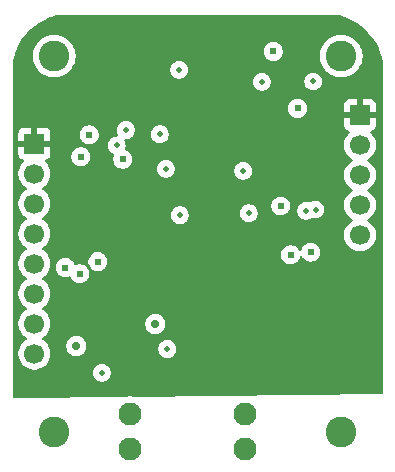
<source format=gbr>
%TF.GenerationSoftware,KiCad,Pcbnew,9.0.3*%
%TF.CreationDate,2025-09-02T10:47:08-04:00*%
%TF.ProjectId,simon,73696d6f-6e2e-46b6-9963-61645f706362,rev?*%
%TF.SameCoordinates,Original*%
%TF.FileFunction,Copper,L3,Inr*%
%TF.FilePolarity,Positive*%
%FSLAX46Y46*%
G04 Gerber Fmt 4.6, Leading zero omitted, Abs format (unit mm)*
G04 Created by KiCad (PCBNEW 9.0.3) date 2025-09-02 10:47:08*
%MOMM*%
%LPD*%
G01*
G04 APERTURE LIST*
%TA.AperFunction,ComponentPad*%
%ADD10C,2.600000*%
%TD*%
%TA.AperFunction,ComponentPad*%
%ADD11C,1.950000*%
%TD*%
%TA.AperFunction,ComponentPad*%
%ADD12R,1.700000X1.700000*%
%TD*%
%TA.AperFunction,ComponentPad*%
%ADD13C,1.700000*%
%TD*%
%TA.AperFunction,ViaPad*%
%ADD14C,0.504800*%
%TD*%
%TA.AperFunction,ViaPad*%
%ADD15C,0.604800*%
%TD*%
%TA.AperFunction,ViaPad*%
%ADD16C,0.704800*%
%TD*%
G04 APERTURE END LIST*
D10*
%TO.N,N/C*%
%TO.C,N301*%
X135080000Y-75000000D03*
X135080000Y-106800000D03*
X159380000Y-75000000D03*
X159380000Y-106800000D03*
%TD*%
D11*
%TO.N,*%
%TO.C,J201*%
X151265000Y-108295000D03*
X151265000Y-105295000D03*
X141475000Y-108295000D03*
X141475000Y-105295000D03*
%TD*%
D12*
%TO.N,3V3*%
%TO.C,J301*%
X133390000Y-82420000D03*
D13*
%TO.N,GND*%
X133390000Y-84960000D03*
%TO.N,/IO/display_mosi*%
X133390000Y-87500000D03*
%TO.N,/IO/display_sclk*%
X133390000Y-90040000D03*
%TO.N,/IO/display_cs_n*%
X133390000Y-92580000D03*
%TO.N,/IO/display_dc*%
X133390000Y-95120000D03*
%TO.N,/IO/display_nrst*%
X133390000Y-97660000D03*
%TO.N,/IO/display_bl*%
X133390000Y-100200000D03*
%TD*%
D12*
%TO.N,3V3*%
%TO.C,J401*%
X160960000Y-80000000D03*
D13*
%TO.N,/mcu/SWDIO*%
X160960000Y-82540000D03*
%TO.N,/mcu/SWCLK*%
X160960000Y-85080000D03*
%TO.N,/mcu/NRST*%
X160960000Y-87620000D03*
%TO.N,GND*%
X160960000Y-90160000D03*
%TD*%
D14*
%TO.N,GND*%
X145655000Y-76165000D03*
X139100000Y-101820000D03*
X144530000Y-84550000D03*
X157200000Y-88000000D03*
X156990000Y-77160000D03*
X144020000Y-81630000D03*
X144650000Y-99810000D03*
X151070000Y-84730000D03*
X140360000Y-82570000D03*
X145712158Y-88477842D03*
X151550000Y-88314400D03*
X156402377Y-88101000D03*
X141140000Y-81269400D03*
X152640000Y-77180000D03*
%TO.N,3V3*%
X143990000Y-76200000D03*
X146160000Y-84530000D03*
X139811358Y-81041358D03*
X158530000Y-85080000D03*
X152480000Y-84680000D03*
X153610000Y-88850000D03*
X154630000Y-99520000D03*
X153600000Y-86490000D03*
X144270000Y-83350000D03*
X155880000Y-75880000D03*
X157490000Y-89620000D03*
D15*
X159700000Y-95630000D03*
X161500000Y-97480000D03*
D14*
X156520000Y-87000000D03*
D16*
%TO.N,/power/5V*%
X136940000Y-99570000D03*
%TO.N,/power/3V7_LIPO_EXT*%
X143630000Y-97690000D03*
D15*
%TO.N,/mcu/SWCLK*%
X153620000Y-74620000D03*
%TO.N,/IO/display_dc*%
X136000000Y-92910000D03*
%TO.N,/IO/display_nrst*%
X137230000Y-93442762D03*
%TO.N,/IO/accel_sda*%
X155670000Y-79440000D03*
X154240000Y-87700000D03*
%TO.N,/IO/buzzer_pwm*%
X156795000Y-91605000D03*
X140870000Y-83740000D03*
%TO.N,/IO/display_bl*%
X138770000Y-92410000D03*
%TO.N,/mcu/NRST*%
X155080000Y-91830000D03*
X138040000Y-81670000D03*
%TO.N,/IO/display_mosi*%
X137320000Y-83530000D03*
%TD*%
%TA.AperFunction,Conductor*%
%TO.N,3V3*%
G36*
X158967201Y-71503139D02*
G01*
X159179000Y-71547548D01*
X159185622Y-71549128D01*
X159254576Y-71567604D01*
X159257787Y-71568512D01*
X159583169Y-71665383D01*
X159590157Y-71667692D01*
X159644056Y-71687310D01*
X159646678Y-71688299D01*
X159976425Y-71816967D01*
X159983729Y-71820089D01*
X160014837Y-71834595D01*
X160016641Y-71835458D01*
X160354902Y-72000823D01*
X160363883Y-72005683D01*
X160710070Y-72211966D01*
X160718638Y-72217564D01*
X161046593Y-72451719D01*
X161054668Y-72458005D01*
X161362155Y-72718433D01*
X161369695Y-72725374D01*
X161654625Y-73010304D01*
X161661566Y-73017844D01*
X161815421Y-73199501D01*
X161921989Y-73325325D01*
X161928282Y-73333410D01*
X162041400Y-73491841D01*
X162162431Y-73661355D01*
X162168037Y-73669935D01*
X162374309Y-74016105D01*
X162379186Y-74025119D01*
X162544467Y-74363206D01*
X162545450Y-74365262D01*
X162559902Y-74396255D01*
X162563036Y-74403584D01*
X162691691Y-74733300D01*
X162692696Y-74735964D01*
X162712299Y-74789822D01*
X162714622Y-74796851D01*
X162811475Y-75122173D01*
X162812405Y-75125462D01*
X162830866Y-75194361D01*
X162832452Y-75201007D01*
X162876861Y-75412798D01*
X162879500Y-75438245D01*
X162879500Y-103518132D01*
X162859815Y-103585171D01*
X162807011Y-103630926D01*
X162756681Y-103642126D01*
X141745631Y-103842232D01*
X141725052Y-103840711D01*
X141591128Y-103819500D01*
X141591124Y-103819500D01*
X141358876Y-103819500D01*
X141358870Y-103819500D01*
X141190466Y-103846172D01*
X141172250Y-103847693D01*
X131705681Y-103937850D01*
X131638457Y-103918805D01*
X131592201Y-103866439D01*
X131580500Y-103813856D01*
X131580500Y-101745841D01*
X138347100Y-101745841D01*
X138347100Y-101894158D01*
X138376031Y-102039605D01*
X138376033Y-102039613D01*
X138432789Y-102176633D01*
X138515182Y-102299944D01*
X138515188Y-102299951D01*
X138620048Y-102404811D01*
X138620055Y-102404817D01*
X138743366Y-102487210D01*
X138743367Y-102487210D01*
X138743368Y-102487211D01*
X138880387Y-102543967D01*
X139025841Y-102572899D01*
X139025845Y-102572900D01*
X139025846Y-102572900D01*
X139174155Y-102572900D01*
X139174156Y-102572899D01*
X139319613Y-102543967D01*
X139456632Y-102487211D01*
X139579946Y-102404816D01*
X139684816Y-102299946D01*
X139767211Y-102176632D01*
X139823967Y-102039613D01*
X139852900Y-101894154D01*
X139852900Y-101745846D01*
X139823967Y-101600387D01*
X139767211Y-101463368D01*
X139759319Y-101451557D01*
X139684817Y-101340055D01*
X139684811Y-101340048D01*
X139579951Y-101235188D01*
X139579944Y-101235182D01*
X139456633Y-101152789D01*
X139319613Y-101096033D01*
X139319605Y-101096031D01*
X139174158Y-101067100D01*
X139174154Y-101067100D01*
X139025846Y-101067100D01*
X139025841Y-101067100D01*
X138880394Y-101096031D01*
X138880386Y-101096033D01*
X138743366Y-101152789D01*
X138620055Y-101235182D01*
X138620048Y-101235188D01*
X138515188Y-101340048D01*
X138515182Y-101340055D01*
X138432789Y-101463366D01*
X138376033Y-101600386D01*
X138376031Y-101600394D01*
X138347100Y-101745841D01*
X131580500Y-101745841D01*
X131580500Y-84853713D01*
X132039500Y-84853713D01*
X132039500Y-85066286D01*
X132072393Y-85273968D01*
X132072754Y-85276243D01*
X132130500Y-85453967D01*
X132138444Y-85478414D01*
X132234951Y-85667820D01*
X132359890Y-85839786D01*
X132510213Y-85990109D01*
X132682182Y-86115050D01*
X132690946Y-86119516D01*
X132741742Y-86167491D01*
X132758536Y-86235312D01*
X132735998Y-86301447D01*
X132690946Y-86340484D01*
X132682182Y-86344949D01*
X132510213Y-86469890D01*
X132359890Y-86620213D01*
X132234951Y-86792179D01*
X132138444Y-86981585D01*
X132072753Y-87183760D01*
X132039500Y-87393713D01*
X132039500Y-87606286D01*
X132067074Y-87780386D01*
X132072754Y-87816243D01*
X132131777Y-87997897D01*
X132138444Y-88018414D01*
X132234951Y-88207820D01*
X132359890Y-88379786D01*
X132510213Y-88530109D01*
X132682182Y-88655050D01*
X132690946Y-88659516D01*
X132741742Y-88707491D01*
X132758536Y-88775312D01*
X132735998Y-88841447D01*
X132690946Y-88880484D01*
X132682182Y-88884949D01*
X132510213Y-89009890D01*
X132359890Y-89160213D01*
X132234951Y-89332179D01*
X132138444Y-89521585D01*
X132072753Y-89723760D01*
X132053748Y-89843757D01*
X132039500Y-89933713D01*
X132039500Y-90146287D01*
X132072754Y-90356243D01*
X132111743Y-90476239D01*
X132138444Y-90558414D01*
X132234951Y-90747820D01*
X132359890Y-90919786D01*
X132510213Y-91070109D01*
X132682182Y-91195050D01*
X132690946Y-91199516D01*
X132741742Y-91247491D01*
X132758536Y-91315312D01*
X132735998Y-91381447D01*
X132690946Y-91420484D01*
X132682182Y-91424949D01*
X132510213Y-91549890D01*
X132359890Y-91700213D01*
X132234951Y-91872179D01*
X132138444Y-92061585D01*
X132072753Y-92263760D01*
X132039500Y-92473713D01*
X132039500Y-92686286D01*
X132055975Y-92790309D01*
X132072754Y-92896243D01*
X132117401Y-93033653D01*
X132138444Y-93098414D01*
X132234951Y-93287820D01*
X132359890Y-93459786D01*
X132510213Y-93610109D01*
X132682182Y-93735050D01*
X132690946Y-93739516D01*
X132741742Y-93787491D01*
X132758536Y-93855312D01*
X132735998Y-93921447D01*
X132690946Y-93960484D01*
X132682182Y-93964949D01*
X132510213Y-94089890D01*
X132359890Y-94240213D01*
X132234951Y-94412179D01*
X132138444Y-94601585D01*
X132072753Y-94803760D01*
X132039500Y-95013713D01*
X132039500Y-95226286D01*
X132072753Y-95436239D01*
X132138444Y-95638414D01*
X132234951Y-95827820D01*
X132359890Y-95999786D01*
X132510213Y-96150109D01*
X132682182Y-96275050D01*
X132690946Y-96279516D01*
X132741742Y-96327491D01*
X132758536Y-96395312D01*
X132735998Y-96461447D01*
X132690946Y-96500484D01*
X132682182Y-96504949D01*
X132510213Y-96629890D01*
X132359890Y-96780213D01*
X132234951Y-96952179D01*
X132138444Y-97141585D01*
X132072753Y-97343760D01*
X132039500Y-97553713D01*
X132039500Y-97766286D01*
X132066820Y-97938782D01*
X132072754Y-97976243D01*
X132111014Y-98093996D01*
X132138444Y-98178414D01*
X132234951Y-98367820D01*
X132359890Y-98539786D01*
X132510213Y-98690109D01*
X132682182Y-98815050D01*
X132690946Y-98819516D01*
X132741742Y-98867491D01*
X132758536Y-98935312D01*
X132735998Y-99001447D01*
X132690946Y-99040484D01*
X132682182Y-99044949D01*
X132510213Y-99169890D01*
X132359890Y-99320213D01*
X132234951Y-99492179D01*
X132138444Y-99681585D01*
X132072753Y-99883760D01*
X132039500Y-100093713D01*
X132039500Y-100306287D01*
X132049534Y-100369644D01*
X132066571Y-100477210D01*
X132072754Y-100516243D01*
X132078513Y-100533968D01*
X132138444Y-100718414D01*
X132234951Y-100907820D01*
X132359890Y-101079786D01*
X132510213Y-101230109D01*
X132682179Y-101355048D01*
X132682181Y-101355049D01*
X132682184Y-101355051D01*
X132871588Y-101451557D01*
X133073757Y-101517246D01*
X133283713Y-101550500D01*
X133283714Y-101550500D01*
X133496286Y-101550500D01*
X133496287Y-101550500D01*
X133706243Y-101517246D01*
X133908412Y-101451557D01*
X134097816Y-101355051D01*
X134119789Y-101339086D01*
X134269786Y-101230109D01*
X134269788Y-101230106D01*
X134269792Y-101230104D01*
X134420104Y-101079792D01*
X134420106Y-101079788D01*
X134420109Y-101079786D01*
X134545048Y-100907820D01*
X134545047Y-100907820D01*
X134545051Y-100907816D01*
X134641557Y-100718412D01*
X134707246Y-100516243D01*
X134740500Y-100306287D01*
X134740500Y-100093713D01*
X134707246Y-99883757D01*
X134641557Y-99681588D01*
X134545051Y-99492184D01*
X134545049Y-99492181D01*
X134545048Y-99492179D01*
X134540553Y-99485992D01*
X136087100Y-99485992D01*
X136087100Y-99654007D01*
X136119874Y-99818774D01*
X136119876Y-99818782D01*
X136184168Y-99973996D01*
X136184173Y-99974006D01*
X136277508Y-100113691D01*
X136277511Y-100113695D01*
X136396304Y-100232488D01*
X136396308Y-100232491D01*
X136535993Y-100325826D01*
X136535997Y-100325828D01*
X136536000Y-100325830D01*
X136691218Y-100390124D01*
X136855992Y-100422899D01*
X136855996Y-100422900D01*
X136855997Y-100422900D01*
X137024004Y-100422900D01*
X137024005Y-100422899D01*
X137188782Y-100390124D01*
X137344000Y-100325830D01*
X137483692Y-100232491D01*
X137602491Y-100113692D01*
X137695830Y-99974000D01*
X137760124Y-99818782D01*
X137776622Y-99735841D01*
X143897100Y-99735841D01*
X143897100Y-99884158D01*
X143926031Y-100029605D01*
X143926033Y-100029613D01*
X143982789Y-100166633D01*
X144065182Y-100289944D01*
X144065188Y-100289951D01*
X144170048Y-100394811D01*
X144170055Y-100394817D01*
X144293366Y-100477210D01*
X144293367Y-100477210D01*
X144293368Y-100477211D01*
X144430387Y-100533967D01*
X144575841Y-100562899D01*
X144575845Y-100562900D01*
X144575846Y-100562900D01*
X144724155Y-100562900D01*
X144724156Y-100562899D01*
X144869613Y-100533967D01*
X145006632Y-100477211D01*
X145129946Y-100394816D01*
X145234816Y-100289946D01*
X145317211Y-100166632D01*
X145373967Y-100029613D01*
X145402900Y-99884154D01*
X145402900Y-99735846D01*
X145373967Y-99590387D01*
X145317211Y-99453368D01*
X145234816Y-99330054D01*
X145234811Y-99330048D01*
X145129951Y-99225188D01*
X145129944Y-99225182D01*
X145006633Y-99142789D01*
X144869613Y-99086033D01*
X144869605Y-99086031D01*
X144724158Y-99057100D01*
X144724154Y-99057100D01*
X144575846Y-99057100D01*
X144575841Y-99057100D01*
X144430394Y-99086031D01*
X144430386Y-99086033D01*
X144293366Y-99142789D01*
X144170055Y-99225182D01*
X144170048Y-99225188D01*
X144065188Y-99330048D01*
X144065182Y-99330055D01*
X143982789Y-99453366D01*
X143926033Y-99590386D01*
X143926031Y-99590394D01*
X143897100Y-99735841D01*
X137776622Y-99735841D01*
X137782639Y-99705592D01*
X137782644Y-99705564D01*
X137787413Y-99681588D01*
X137792900Y-99654003D01*
X137792900Y-99485997D01*
X137760124Y-99321218D01*
X137695830Y-99166000D01*
X137695828Y-99165997D01*
X137695826Y-99165993D01*
X137602491Y-99026308D01*
X137602488Y-99026304D01*
X137483695Y-98907511D01*
X137483691Y-98907508D01*
X137344006Y-98814173D01*
X137343996Y-98814168D01*
X137188782Y-98749876D01*
X137188774Y-98749874D01*
X137024007Y-98717100D01*
X137024003Y-98717100D01*
X136855997Y-98717100D01*
X136855992Y-98717100D01*
X136691225Y-98749874D01*
X136691217Y-98749876D01*
X136536003Y-98814168D01*
X136535993Y-98814173D01*
X136396308Y-98907508D01*
X136396304Y-98907511D01*
X136277511Y-99026304D01*
X136277508Y-99026308D01*
X136184173Y-99165993D01*
X136184168Y-99166003D01*
X136119876Y-99321217D01*
X136119874Y-99321225D01*
X136087100Y-99485992D01*
X134540553Y-99485992D01*
X134420109Y-99320213D01*
X134269786Y-99169890D01*
X134097820Y-99044951D01*
X134097115Y-99044591D01*
X134089054Y-99040485D01*
X134038259Y-98992512D01*
X134021463Y-98924692D01*
X134043999Y-98858556D01*
X134089054Y-98819515D01*
X134097816Y-98815051D01*
X134119789Y-98799086D01*
X134269786Y-98690109D01*
X134269788Y-98690106D01*
X134269792Y-98690104D01*
X134420104Y-98539792D01*
X134420106Y-98539788D01*
X134420109Y-98539786D01*
X134545048Y-98367820D01*
X134545047Y-98367820D01*
X134545051Y-98367816D01*
X134641557Y-98178412D01*
X134707246Y-97976243D01*
X134740500Y-97766287D01*
X134740500Y-97605992D01*
X142777100Y-97605992D01*
X142777100Y-97774007D01*
X142809874Y-97938774D01*
X142809876Y-97938782D01*
X142874168Y-98093996D01*
X142874173Y-98094006D01*
X142967508Y-98233691D01*
X142967511Y-98233695D01*
X143086304Y-98352488D01*
X143086308Y-98352491D01*
X143225993Y-98445826D01*
X143225997Y-98445828D01*
X143226000Y-98445830D01*
X143381218Y-98510124D01*
X143530342Y-98539786D01*
X143545992Y-98542899D01*
X143545996Y-98542900D01*
X143545997Y-98542900D01*
X143714004Y-98542900D01*
X143714005Y-98542899D01*
X143878782Y-98510124D01*
X144034000Y-98445830D01*
X144173692Y-98352491D01*
X144292491Y-98233692D01*
X144385830Y-98094000D01*
X144450124Y-97938782D01*
X144482900Y-97774003D01*
X144482900Y-97605997D01*
X144450124Y-97441218D01*
X144385830Y-97286000D01*
X144385828Y-97285997D01*
X144385826Y-97285993D01*
X144292491Y-97146308D01*
X144292488Y-97146304D01*
X144173695Y-97027511D01*
X144173691Y-97027508D01*
X144034006Y-96934173D01*
X144033996Y-96934168D01*
X143878782Y-96869876D01*
X143878774Y-96869874D01*
X143714007Y-96837100D01*
X143714003Y-96837100D01*
X143545997Y-96837100D01*
X143545992Y-96837100D01*
X143381225Y-96869874D01*
X143381217Y-96869876D01*
X143226003Y-96934168D01*
X143225993Y-96934173D01*
X143086308Y-97027508D01*
X143086304Y-97027511D01*
X142967511Y-97146304D01*
X142967508Y-97146308D01*
X142874173Y-97285993D01*
X142874168Y-97286003D01*
X142809876Y-97441217D01*
X142809874Y-97441225D01*
X142777100Y-97605992D01*
X134740500Y-97605992D01*
X134740500Y-97553713D01*
X134707246Y-97343757D01*
X134641557Y-97141588D01*
X134545051Y-96952184D01*
X134545049Y-96952181D01*
X134545048Y-96952179D01*
X134420109Y-96780213D01*
X134269786Y-96629890D01*
X134097820Y-96504951D01*
X134097115Y-96504591D01*
X134089054Y-96500485D01*
X134038259Y-96452512D01*
X134021463Y-96384692D01*
X134043999Y-96318556D01*
X134089054Y-96279515D01*
X134097816Y-96275051D01*
X134119789Y-96259086D01*
X134269786Y-96150109D01*
X134269788Y-96150106D01*
X134269792Y-96150104D01*
X134420104Y-95999792D01*
X134420106Y-95999788D01*
X134420109Y-95999786D01*
X134545048Y-95827820D01*
X134545047Y-95827820D01*
X134545051Y-95827816D01*
X134641557Y-95638412D01*
X134707246Y-95436243D01*
X134740500Y-95226287D01*
X134740500Y-95013713D01*
X134707246Y-94803757D01*
X134641557Y-94601588D01*
X134545051Y-94412184D01*
X134545049Y-94412181D01*
X134545048Y-94412179D01*
X134420109Y-94240213D01*
X134269786Y-94089890D01*
X134097820Y-93964951D01*
X134097115Y-93964591D01*
X134089054Y-93960485D01*
X134038259Y-93912512D01*
X134021463Y-93844692D01*
X134043999Y-93778556D01*
X134089054Y-93739515D01*
X134097816Y-93735051D01*
X134123004Y-93716751D01*
X134269786Y-93610109D01*
X134269788Y-93610106D01*
X134269792Y-93610104D01*
X134420104Y-93459792D01*
X134420106Y-93459788D01*
X134420109Y-93459786D01*
X134545048Y-93287820D01*
X134545047Y-93287820D01*
X134545051Y-93287816D01*
X134641557Y-93098412D01*
X134707246Y-92896243D01*
X134717593Y-92830916D01*
X135197100Y-92830916D01*
X135197100Y-92989083D01*
X135227952Y-93144189D01*
X135227955Y-93144198D01*
X135288475Y-93290309D01*
X135288482Y-93290322D01*
X135376346Y-93421818D01*
X135376349Y-93421822D01*
X135488177Y-93533650D01*
X135488181Y-93533653D01*
X135619677Y-93621517D01*
X135619690Y-93621524D01*
X135729273Y-93666914D01*
X135765803Y-93682045D01*
X135765805Y-93682045D01*
X135765810Y-93682047D01*
X135920916Y-93712899D01*
X135920919Y-93712900D01*
X135920921Y-93712900D01*
X136079081Y-93712900D01*
X136079082Y-93712899D01*
X136130785Y-93702615D01*
X136234189Y-93682047D01*
X136234191Y-93682046D01*
X136234197Y-93682045D01*
X136312426Y-93649641D01*
X136381892Y-93642173D01*
X136444372Y-93673448D01*
X136474437Y-93716751D01*
X136518475Y-93823071D01*
X136518482Y-93823084D01*
X136606346Y-93954580D01*
X136606349Y-93954584D01*
X136718177Y-94066412D01*
X136718181Y-94066415D01*
X136849677Y-94154279D01*
X136849690Y-94154286D01*
X136959273Y-94199676D01*
X136995803Y-94214807D01*
X136995805Y-94214807D01*
X136995810Y-94214809D01*
X137150916Y-94245661D01*
X137150919Y-94245662D01*
X137150921Y-94245662D01*
X137309081Y-94245662D01*
X137309082Y-94245661D01*
X137360785Y-94235377D01*
X137464189Y-94214809D01*
X137464192Y-94214807D01*
X137464197Y-94214807D01*
X137610316Y-94154283D01*
X137741819Y-94066415D01*
X137853653Y-93954581D01*
X137941521Y-93823078D01*
X138002045Y-93676959D01*
X138002744Y-93673448D01*
X138032899Y-93521845D01*
X138032900Y-93521843D01*
X138032900Y-93363680D01*
X138032899Y-93363678D01*
X138002047Y-93208572D01*
X138002044Y-93208563D01*
X137941524Y-93062452D01*
X137941517Y-93062439D01*
X137853653Y-92930943D01*
X137853650Y-92930939D01*
X137741822Y-92819111D01*
X137741818Y-92819108D01*
X137610322Y-92731244D01*
X137610309Y-92731237D01*
X137464198Y-92670717D01*
X137464189Y-92670714D01*
X137309082Y-92639862D01*
X137309079Y-92639862D01*
X137150921Y-92639862D01*
X137150918Y-92639862D01*
X136995810Y-92670714D01*
X136995806Y-92670716D01*
X136995804Y-92670716D01*
X136995803Y-92670717D01*
X136975053Y-92679312D01*
X136917574Y-92703120D01*
X136848105Y-92710587D01*
X136785626Y-92679312D01*
X136755564Y-92636014D01*
X136711521Y-92529684D01*
X136711519Y-92529681D01*
X136711517Y-92529677D01*
X136623655Y-92398183D01*
X136623650Y-92398177D01*
X136556389Y-92330916D01*
X137967100Y-92330916D01*
X137967100Y-92489083D01*
X137997952Y-92644189D01*
X137997955Y-92644198D01*
X138058475Y-92790309D01*
X138058482Y-92790322D01*
X138146346Y-92921818D01*
X138146349Y-92921822D01*
X138258177Y-93033650D01*
X138258181Y-93033653D01*
X138389677Y-93121517D01*
X138389690Y-93121524D01*
X138499273Y-93166914D01*
X138535803Y-93182045D01*
X138535805Y-93182045D01*
X138535810Y-93182047D01*
X138690916Y-93212899D01*
X138690919Y-93212900D01*
X138690921Y-93212900D01*
X138849081Y-93212900D01*
X138849082Y-93212899D01*
X138900785Y-93202615D01*
X139004189Y-93182047D01*
X139004192Y-93182045D01*
X139004197Y-93182045D01*
X139150316Y-93121521D01*
X139281819Y-93033653D01*
X139393653Y-92921819D01*
X139481521Y-92790316D01*
X139542045Y-92644197D01*
X139542908Y-92639862D01*
X139564824Y-92529681D01*
X139572900Y-92489079D01*
X139572900Y-92330921D01*
X139572900Y-92330918D01*
X139572899Y-92330916D01*
X139542047Y-92175810D01*
X139542044Y-92175801D01*
X139481524Y-92029690D01*
X139481517Y-92029677D01*
X139393653Y-91898181D01*
X139393650Y-91898177D01*
X139281822Y-91786349D01*
X139281818Y-91786346D01*
X139228794Y-91750916D01*
X154277100Y-91750916D01*
X154277100Y-91909083D01*
X154307952Y-92064189D01*
X154307955Y-92064198D01*
X154368475Y-92210309D01*
X154368482Y-92210322D01*
X154456346Y-92341818D01*
X154456349Y-92341822D01*
X154568177Y-92453650D01*
X154568181Y-92453653D01*
X154699677Y-92541517D01*
X154699690Y-92541524D01*
X154809273Y-92586914D01*
X154845803Y-92602045D01*
X154845805Y-92602045D01*
X154845810Y-92602047D01*
X155000916Y-92632899D01*
X155000919Y-92632900D01*
X155000921Y-92632900D01*
X155159081Y-92632900D01*
X155159082Y-92632899D01*
X155210785Y-92622615D01*
X155314189Y-92602047D01*
X155314192Y-92602045D01*
X155314197Y-92602045D01*
X155460316Y-92541521D01*
X155591819Y-92453653D01*
X155703653Y-92341819D01*
X155791521Y-92210316D01*
X155852045Y-92064197D01*
X155858825Y-92030114D01*
X155891210Y-91968203D01*
X155951925Y-91933629D01*
X156021695Y-91937368D01*
X156078367Y-91978235D01*
X156083544Y-91985414D01*
X156171346Y-92116818D01*
X156171349Y-92116822D01*
X156283177Y-92228650D01*
X156283181Y-92228653D01*
X156414677Y-92316517D01*
X156414690Y-92316524D01*
X156475759Y-92341819D01*
X156560803Y-92377045D01*
X156560805Y-92377045D01*
X156560810Y-92377047D01*
X156715916Y-92407899D01*
X156715919Y-92407900D01*
X156715921Y-92407900D01*
X156874081Y-92407900D01*
X156874082Y-92407899D01*
X156925785Y-92397615D01*
X157029189Y-92377047D01*
X157029192Y-92377045D01*
X157029197Y-92377045D01*
X157175316Y-92316521D01*
X157306819Y-92228653D01*
X157418653Y-92116819D01*
X157506521Y-91985316D01*
X157567045Y-91839197D01*
X157597900Y-91684079D01*
X157597900Y-91525921D01*
X157597900Y-91525918D01*
X157597899Y-91525916D01*
X157567047Y-91370810D01*
X157567044Y-91370801D01*
X157506524Y-91224690D01*
X157506517Y-91224677D01*
X157418653Y-91093181D01*
X157418650Y-91093177D01*
X157306822Y-90981349D01*
X157306818Y-90981346D01*
X157175322Y-90893482D01*
X157175309Y-90893475D01*
X157029198Y-90832955D01*
X157029189Y-90832952D01*
X156874082Y-90802100D01*
X156874079Y-90802100D01*
X156715921Y-90802100D01*
X156715918Y-90802100D01*
X156560810Y-90832952D01*
X156560801Y-90832955D01*
X156414690Y-90893475D01*
X156414677Y-90893482D01*
X156283181Y-90981346D01*
X156283177Y-90981349D01*
X156171349Y-91093177D01*
X156171346Y-91093181D01*
X156083482Y-91224677D01*
X156083475Y-91224690D01*
X156022955Y-91370801D01*
X156022954Y-91370804D01*
X156016174Y-91404889D01*
X155983787Y-91466799D01*
X155923070Y-91501371D01*
X155853301Y-91497630D01*
X155796630Y-91456762D01*
X155791455Y-91449585D01*
X155703653Y-91318181D01*
X155703650Y-91318177D01*
X155591822Y-91206349D01*
X155591818Y-91206346D01*
X155460322Y-91118482D01*
X155460309Y-91118475D01*
X155314198Y-91057955D01*
X155314189Y-91057952D01*
X155159082Y-91027100D01*
X155159079Y-91027100D01*
X155000921Y-91027100D01*
X155000918Y-91027100D01*
X154845810Y-91057952D01*
X154845801Y-91057955D01*
X154699690Y-91118475D01*
X154699677Y-91118482D01*
X154568181Y-91206346D01*
X154568177Y-91206349D01*
X154456349Y-91318177D01*
X154456346Y-91318181D01*
X154368482Y-91449677D01*
X154368475Y-91449690D01*
X154307955Y-91595801D01*
X154307952Y-91595810D01*
X154277100Y-91750916D01*
X139228794Y-91750916D01*
X139150322Y-91698482D01*
X139150309Y-91698475D01*
X139004198Y-91637955D01*
X139004189Y-91637952D01*
X138849082Y-91607100D01*
X138849079Y-91607100D01*
X138690921Y-91607100D01*
X138690918Y-91607100D01*
X138535810Y-91637952D01*
X138535801Y-91637955D01*
X138389690Y-91698475D01*
X138389677Y-91698482D01*
X138258181Y-91786346D01*
X138258177Y-91786349D01*
X138146349Y-91898177D01*
X138146346Y-91898181D01*
X138058482Y-92029677D01*
X138058475Y-92029690D01*
X137997955Y-92175801D01*
X137997952Y-92175810D01*
X137967100Y-92330916D01*
X136556389Y-92330916D01*
X136511822Y-92286349D01*
X136511818Y-92286346D01*
X136380322Y-92198482D01*
X136380309Y-92198475D01*
X136234198Y-92137955D01*
X136234189Y-92137952D01*
X136079082Y-92107100D01*
X136079079Y-92107100D01*
X135920921Y-92107100D01*
X135920918Y-92107100D01*
X135765810Y-92137952D01*
X135765801Y-92137955D01*
X135619690Y-92198475D01*
X135619677Y-92198482D01*
X135488181Y-92286346D01*
X135488177Y-92286349D01*
X135376349Y-92398177D01*
X135376346Y-92398181D01*
X135288482Y-92529677D01*
X135288475Y-92529690D01*
X135227955Y-92675801D01*
X135227952Y-92675810D01*
X135197100Y-92830916D01*
X134717593Y-92830916D01*
X134740500Y-92686287D01*
X134740500Y-92473713D01*
X134707246Y-92263757D01*
X134641557Y-92061588D01*
X134545051Y-91872184D01*
X134545049Y-91872181D01*
X134545048Y-91872179D01*
X134420109Y-91700213D01*
X134269786Y-91549890D01*
X134097820Y-91424951D01*
X134097115Y-91424591D01*
X134089054Y-91420485D01*
X134038259Y-91372512D01*
X134021463Y-91304692D01*
X134043999Y-91238556D01*
X134089054Y-91199515D01*
X134097816Y-91195051D01*
X134203205Y-91118482D01*
X134269786Y-91070109D01*
X134269788Y-91070106D01*
X134269792Y-91070104D01*
X134420104Y-90919792D01*
X134420106Y-90919788D01*
X134420109Y-90919786D01*
X134545048Y-90747820D01*
X134545047Y-90747820D01*
X134545051Y-90747816D01*
X134641557Y-90558412D01*
X134707246Y-90356243D01*
X134740500Y-90146287D01*
X134740500Y-89933713D01*
X134707246Y-89723757D01*
X134641557Y-89521588D01*
X134545051Y-89332184D01*
X134545049Y-89332181D01*
X134545048Y-89332179D01*
X134420109Y-89160213D01*
X134269786Y-89009890D01*
X134097820Y-88884951D01*
X134097115Y-88884591D01*
X134089054Y-88880485D01*
X134038259Y-88832512D01*
X134021463Y-88764692D01*
X134043999Y-88698556D01*
X134089054Y-88659515D01*
X134097816Y-88655051D01*
X134119789Y-88639086D01*
X134269786Y-88530109D01*
X134269788Y-88530106D01*
X134269792Y-88530104D01*
X134396213Y-88403683D01*
X144959258Y-88403683D01*
X144959258Y-88552000D01*
X144988189Y-88697447D01*
X144988191Y-88697455D01*
X145044947Y-88834475D01*
X145127340Y-88957786D01*
X145127346Y-88957793D01*
X145232206Y-89062653D01*
X145232213Y-89062659D01*
X145355524Y-89145052D01*
X145355525Y-89145052D01*
X145355526Y-89145053D01*
X145492545Y-89201809D01*
X145637999Y-89230741D01*
X145638003Y-89230742D01*
X145638004Y-89230742D01*
X145786313Y-89230742D01*
X145786314Y-89230741D01*
X145931771Y-89201809D01*
X146068790Y-89145053D01*
X146192104Y-89062658D01*
X146296974Y-88957788D01*
X146379369Y-88834474D01*
X146436125Y-88697455D01*
X146465058Y-88551996D01*
X146465058Y-88403688D01*
X146436125Y-88258229D01*
X146428674Y-88240241D01*
X150797100Y-88240241D01*
X150797100Y-88388558D01*
X150826031Y-88534005D01*
X150826033Y-88534013D01*
X150882789Y-88671033D01*
X150965182Y-88794344D01*
X150965188Y-88794351D01*
X151070048Y-88899211D01*
X151070055Y-88899217D01*
X151193366Y-88981610D01*
X151193367Y-88981610D01*
X151193368Y-88981611D01*
X151330387Y-89038367D01*
X151452509Y-89062658D01*
X151475841Y-89067299D01*
X151475845Y-89067300D01*
X151475846Y-89067300D01*
X151624155Y-89067300D01*
X151624156Y-89067299D01*
X151769613Y-89038367D01*
X151906632Y-88981611D01*
X152029946Y-88899216D01*
X152134816Y-88794346D01*
X152217211Y-88671032D01*
X152273967Y-88534013D01*
X152302900Y-88388554D01*
X152302900Y-88240246D01*
X152273967Y-88094787D01*
X152217211Y-87957768D01*
X152201462Y-87934198D01*
X152134817Y-87834455D01*
X152134811Y-87834448D01*
X152029951Y-87729588D01*
X152029947Y-87729585D01*
X152029946Y-87729584D01*
X151906632Y-87647189D01*
X151906633Y-87647189D01*
X151906631Y-87647188D01*
X151843205Y-87620916D01*
X153437100Y-87620916D01*
X153437100Y-87779083D01*
X153467952Y-87934189D01*
X153467955Y-87934198D01*
X153528475Y-88080309D01*
X153528482Y-88080322D01*
X153616346Y-88211818D01*
X153616349Y-88211822D01*
X153728177Y-88323650D01*
X153728181Y-88323653D01*
X153859677Y-88411517D01*
X153859690Y-88411524D01*
X153969273Y-88456914D01*
X154005803Y-88472045D01*
X154005805Y-88472045D01*
X154005810Y-88472047D01*
X154160916Y-88502899D01*
X154160919Y-88502900D01*
X154160921Y-88502900D01*
X154319081Y-88502900D01*
X154319082Y-88502899D01*
X154370785Y-88492615D01*
X154474189Y-88472047D01*
X154474192Y-88472045D01*
X154474197Y-88472045D01*
X154620316Y-88411521D01*
X154751819Y-88323653D01*
X154863653Y-88211819D01*
X154951521Y-88080316D01*
X154973671Y-88026841D01*
X155649477Y-88026841D01*
X155649477Y-88175158D01*
X155678408Y-88320605D01*
X155678410Y-88320613D01*
X155735166Y-88457633D01*
X155817559Y-88580944D01*
X155817565Y-88580951D01*
X155922425Y-88685811D01*
X155922432Y-88685817D01*
X156045743Y-88768210D01*
X156045744Y-88768210D01*
X156045745Y-88768211D01*
X156182764Y-88824967D01*
X156328218Y-88853899D01*
X156328222Y-88853900D01*
X156328223Y-88853900D01*
X156476532Y-88853900D01*
X156476533Y-88853899D01*
X156621990Y-88824967D01*
X156759009Y-88768211D01*
X156829498Y-88721112D01*
X156896169Y-88700236D01*
X156945836Y-88709655D01*
X156980387Y-88723967D01*
X157119094Y-88751557D01*
X157125841Y-88752899D01*
X157125845Y-88752900D01*
X157125846Y-88752900D01*
X157274155Y-88752900D01*
X157274156Y-88752899D01*
X157419613Y-88723967D01*
X157556632Y-88667211D01*
X157679946Y-88584816D01*
X157784816Y-88479946D01*
X157867211Y-88356632D01*
X157923967Y-88219613D01*
X157952900Y-88074154D01*
X157952900Y-87925846D01*
X157923967Y-87780387D01*
X157867211Y-87643368D01*
X157852301Y-87621054D01*
X157784817Y-87520055D01*
X157784811Y-87520048D01*
X157679951Y-87415188D01*
X157679944Y-87415182D01*
X157556633Y-87332789D01*
X157419613Y-87276033D01*
X157419605Y-87276031D01*
X157274158Y-87247100D01*
X157274154Y-87247100D01*
X157125846Y-87247100D01*
X157125841Y-87247100D01*
X156980394Y-87276031D01*
X156980386Y-87276033D01*
X156843369Y-87332787D01*
X156772882Y-87379886D01*
X156706205Y-87400763D01*
X156656540Y-87391344D01*
X156621993Y-87377034D01*
X156621991Y-87377033D01*
X156621990Y-87377033D01*
X156621985Y-87377032D01*
X156621981Y-87377031D01*
X156476535Y-87348100D01*
X156476531Y-87348100D01*
X156328223Y-87348100D01*
X156328218Y-87348100D01*
X156182771Y-87377031D01*
X156182763Y-87377033D01*
X156045743Y-87433789D01*
X155922432Y-87516182D01*
X155922425Y-87516188D01*
X155817565Y-87621048D01*
X155817559Y-87621055D01*
X155735166Y-87744366D01*
X155678410Y-87881386D01*
X155678408Y-87881394D01*
X155649477Y-88026841D01*
X154973671Y-88026841D01*
X155012045Y-87934197D01*
X155013707Y-87925845D01*
X155042899Y-87779083D01*
X155042900Y-87779081D01*
X155042900Y-87620918D01*
X155042899Y-87620916D01*
X155012047Y-87465810D01*
X155012044Y-87465801D01*
X154951524Y-87319690D01*
X154951517Y-87319677D01*
X154863653Y-87188181D01*
X154863650Y-87188177D01*
X154751822Y-87076349D01*
X154751818Y-87076346D01*
X154620322Y-86988482D01*
X154620309Y-86988475D01*
X154474198Y-86927955D01*
X154474189Y-86927952D01*
X154319082Y-86897100D01*
X154319079Y-86897100D01*
X154160921Y-86897100D01*
X154160918Y-86897100D01*
X154005810Y-86927952D01*
X154005801Y-86927955D01*
X153859690Y-86988475D01*
X153859677Y-86988482D01*
X153728181Y-87076346D01*
X153728177Y-87076349D01*
X153616349Y-87188177D01*
X153616346Y-87188181D01*
X153528482Y-87319677D01*
X153528475Y-87319690D01*
X153467955Y-87465801D01*
X153467952Y-87465810D01*
X153437100Y-87620916D01*
X151843205Y-87620916D01*
X151769613Y-87590433D01*
X151769605Y-87590431D01*
X151624158Y-87561500D01*
X151624154Y-87561500D01*
X151475846Y-87561500D01*
X151475841Y-87561500D01*
X151330394Y-87590431D01*
X151330386Y-87590433D01*
X151193366Y-87647189D01*
X151070055Y-87729582D01*
X151070048Y-87729588D01*
X150965188Y-87834448D01*
X150965182Y-87834455D01*
X150882789Y-87957766D01*
X150826033Y-88094786D01*
X150826031Y-88094794D01*
X150797100Y-88240241D01*
X146428674Y-88240241D01*
X146379369Y-88121210D01*
X146361713Y-88094786D01*
X146296975Y-87997897D01*
X146296969Y-87997890D01*
X146192109Y-87893030D01*
X146192102Y-87893024D01*
X146068791Y-87810631D01*
X145931771Y-87753875D01*
X145931763Y-87753873D01*
X145786316Y-87724942D01*
X145786312Y-87724942D01*
X145638004Y-87724942D01*
X145637999Y-87724942D01*
X145492552Y-87753873D01*
X145492544Y-87753875D01*
X145355524Y-87810631D01*
X145232213Y-87893024D01*
X145232206Y-87893030D01*
X145127346Y-87997890D01*
X145127340Y-87997897D01*
X145044947Y-88121208D01*
X144988191Y-88258228D01*
X144988189Y-88258236D01*
X144959258Y-88403683D01*
X134396213Y-88403683D01*
X134420104Y-88379792D01*
X134545051Y-88207816D01*
X134641557Y-88018412D01*
X134707246Y-87816243D01*
X134740500Y-87606287D01*
X134740500Y-87393713D01*
X134707246Y-87183757D01*
X134641557Y-86981588D01*
X134545051Y-86792184D01*
X134545049Y-86792181D01*
X134545048Y-86792179D01*
X134420109Y-86620213D01*
X134269786Y-86469890D01*
X134097820Y-86344951D01*
X134097115Y-86344591D01*
X134089054Y-86340485D01*
X134038259Y-86292512D01*
X134021463Y-86224692D01*
X134043999Y-86158556D01*
X134089054Y-86119515D01*
X134097816Y-86115051D01*
X134119789Y-86099086D01*
X134269786Y-85990109D01*
X134269788Y-85990106D01*
X134269792Y-85990104D01*
X134420104Y-85839792D01*
X134420106Y-85839788D01*
X134420109Y-85839786D01*
X134545048Y-85667820D01*
X134545047Y-85667820D01*
X134545051Y-85667816D01*
X134641557Y-85478412D01*
X134707246Y-85276243D01*
X134740500Y-85066287D01*
X134740500Y-84853713D01*
X134707246Y-84643757D01*
X134641557Y-84441588D01*
X134545051Y-84252184D01*
X134545049Y-84252181D01*
X134545048Y-84252179D01*
X134420109Y-84080213D01*
X134306181Y-83966285D01*
X134272696Y-83904962D01*
X134277680Y-83835270D01*
X134319552Y-83779337D01*
X134350529Y-83762422D01*
X134482086Y-83713354D01*
X134482093Y-83713350D01*
X134597187Y-83627190D01*
X134597190Y-83627187D01*
X134683350Y-83512093D01*
X134683354Y-83512086D01*
X134706169Y-83450916D01*
X136517100Y-83450916D01*
X136517100Y-83609083D01*
X136547952Y-83764189D01*
X136547955Y-83764198D01*
X136608475Y-83910309D01*
X136608482Y-83910322D01*
X136696346Y-84041818D01*
X136696349Y-84041822D01*
X136808177Y-84153650D01*
X136808181Y-84153653D01*
X136939677Y-84241517D01*
X136939690Y-84241524D01*
X137049273Y-84286914D01*
X137085803Y-84302045D01*
X137085805Y-84302045D01*
X137085810Y-84302047D01*
X137240916Y-84332899D01*
X137240919Y-84332900D01*
X137240921Y-84332900D01*
X137399081Y-84332900D01*
X137399082Y-84332899D01*
X137450785Y-84322615D01*
X137554189Y-84302047D01*
X137554192Y-84302045D01*
X137554197Y-84302045D01*
X137700316Y-84241521D01*
X137831819Y-84153653D01*
X137943653Y-84041819D01*
X138031521Y-83910316D01*
X138092045Y-83764197D01*
X138097146Y-83738556D01*
X138122899Y-83609083D01*
X138122900Y-83609081D01*
X138122900Y-83450918D01*
X138122899Y-83450916D01*
X138092047Y-83295810D01*
X138092044Y-83295801D01*
X138091284Y-83293967D01*
X138064034Y-83228177D01*
X138031524Y-83149690D01*
X138031517Y-83149677D01*
X137943653Y-83018181D01*
X137943650Y-83018177D01*
X137831822Y-82906349D01*
X137831818Y-82906346D01*
X137700322Y-82818482D01*
X137700309Y-82818475D01*
X137554198Y-82757955D01*
X137554189Y-82757952D01*
X137399082Y-82727100D01*
X137399079Y-82727100D01*
X137240921Y-82727100D01*
X137240918Y-82727100D01*
X137085810Y-82757952D01*
X137085801Y-82757955D01*
X136939690Y-82818475D01*
X136939677Y-82818482D01*
X136808181Y-82906346D01*
X136808177Y-82906349D01*
X136696349Y-83018177D01*
X136696346Y-83018181D01*
X136608482Y-83149677D01*
X136608475Y-83149690D01*
X136547955Y-83295801D01*
X136547952Y-83295810D01*
X136517100Y-83450916D01*
X134706169Y-83450916D01*
X134724602Y-83401496D01*
X134733596Y-83377379D01*
X134733598Y-83377372D01*
X134739999Y-83317844D01*
X134740000Y-83317827D01*
X134740000Y-82670000D01*
X133823012Y-82670000D01*
X133855925Y-82612993D01*
X133887316Y-82495841D01*
X139607100Y-82495841D01*
X139607100Y-82644158D01*
X139636031Y-82789605D01*
X139636033Y-82789613D01*
X139692789Y-82926633D01*
X139775182Y-83049944D01*
X139775188Y-83049951D01*
X139880048Y-83154811D01*
X139880055Y-83154817D01*
X140003366Y-83237210D01*
X140003365Y-83237210D01*
X140028970Y-83247816D01*
X140064503Y-83262534D01*
X140118906Y-83306375D01*
X140140971Y-83372669D01*
X140131612Y-83424546D01*
X140097954Y-83505806D01*
X140097952Y-83505810D01*
X140067100Y-83660916D01*
X140067100Y-83819083D01*
X140097952Y-83974189D01*
X140097955Y-83974198D01*
X140158475Y-84120309D01*
X140158482Y-84120322D01*
X140246346Y-84251818D01*
X140246349Y-84251822D01*
X140358177Y-84363650D01*
X140358181Y-84363653D01*
X140489677Y-84451517D01*
X140489690Y-84451524D01*
X140548410Y-84475846D01*
X140635803Y-84512045D01*
X140635805Y-84512045D01*
X140635810Y-84512047D01*
X140790916Y-84542899D01*
X140790919Y-84542900D01*
X140790921Y-84542900D01*
X140949081Y-84542900D01*
X140949082Y-84542899D01*
X141000785Y-84532615D01*
X141104189Y-84512047D01*
X141104192Y-84512045D01*
X141104197Y-84512045D01*
X141191602Y-84475841D01*
X143777100Y-84475841D01*
X143777100Y-84624158D01*
X143806031Y-84769605D01*
X143806033Y-84769613D01*
X143862789Y-84906633D01*
X143945182Y-85029944D01*
X143945188Y-85029951D01*
X144050048Y-85134811D01*
X144050055Y-85134817D01*
X144173366Y-85217210D01*
X144173367Y-85217210D01*
X144173368Y-85217211D01*
X144310387Y-85273967D01*
X144455841Y-85302899D01*
X144455845Y-85302900D01*
X144455846Y-85302900D01*
X144604155Y-85302900D01*
X144604156Y-85302899D01*
X144749613Y-85273967D01*
X144886632Y-85217211D01*
X145009946Y-85134816D01*
X145114816Y-85029946D01*
X145197211Y-84906632D01*
X145253967Y-84769613D01*
X145276597Y-84655841D01*
X150317100Y-84655841D01*
X150317100Y-84804158D01*
X150346031Y-84949605D01*
X150346033Y-84949613D01*
X150402789Y-85086633D01*
X150485182Y-85209944D01*
X150485188Y-85209951D01*
X150590048Y-85314811D01*
X150590055Y-85314817D01*
X150713366Y-85397210D01*
X150713367Y-85397210D01*
X150713368Y-85397211D01*
X150850387Y-85453967D01*
X150973283Y-85478412D01*
X150995841Y-85482899D01*
X150995845Y-85482900D01*
X150995846Y-85482900D01*
X151144155Y-85482900D01*
X151144156Y-85482899D01*
X151289613Y-85453967D01*
X151426632Y-85397211D01*
X151549946Y-85314816D01*
X151654816Y-85209946D01*
X151737211Y-85086632D01*
X151793967Y-84949613D01*
X151822900Y-84804154D01*
X151822900Y-84655846D01*
X151793967Y-84510387D01*
X151737211Y-84373368D01*
X151730718Y-84363651D01*
X151654817Y-84250055D01*
X151654811Y-84250048D01*
X151549951Y-84145188D01*
X151549944Y-84145182D01*
X151426633Y-84062789D01*
X151289613Y-84006033D01*
X151289605Y-84006031D01*
X151144158Y-83977100D01*
X151144154Y-83977100D01*
X150995846Y-83977100D01*
X150995841Y-83977100D01*
X150850394Y-84006031D01*
X150850386Y-84006033D01*
X150713366Y-84062789D01*
X150590055Y-84145182D01*
X150590048Y-84145188D01*
X150485188Y-84250048D01*
X150485182Y-84250055D01*
X150402789Y-84373366D01*
X150346033Y-84510386D01*
X150346031Y-84510394D01*
X150317100Y-84655841D01*
X145276597Y-84655841D01*
X145282900Y-84624154D01*
X145282900Y-84475846D01*
X145253967Y-84330387D01*
X145197211Y-84193368D01*
X145165018Y-84145188D01*
X145114817Y-84070055D01*
X145114811Y-84070048D01*
X145009951Y-83965188D01*
X145009944Y-83965182D01*
X144886633Y-83882789D01*
X144749613Y-83826033D01*
X144749605Y-83826031D01*
X144604158Y-83797100D01*
X144604154Y-83797100D01*
X144455846Y-83797100D01*
X144455841Y-83797100D01*
X144310394Y-83826031D01*
X144310386Y-83826033D01*
X144173366Y-83882789D01*
X144050055Y-83965182D01*
X144050048Y-83965188D01*
X143945188Y-84070048D01*
X143945182Y-84070055D01*
X143862789Y-84193366D01*
X143806033Y-84330386D01*
X143806031Y-84330394D01*
X143777100Y-84475841D01*
X141191602Y-84475841D01*
X141250316Y-84451521D01*
X141381819Y-84363653D01*
X141493653Y-84251819D01*
X141581521Y-84120316D01*
X141642045Y-83974197D01*
X141643839Y-83965182D01*
X141672899Y-83819083D01*
X141672900Y-83819081D01*
X141672900Y-83660918D01*
X141672899Y-83660916D01*
X141642047Y-83505810D01*
X141642044Y-83505801D01*
X141581524Y-83359690D01*
X141581517Y-83359677D01*
X141493653Y-83228181D01*
X141493650Y-83228177D01*
X141381822Y-83116349D01*
X141381818Y-83116346D01*
X141250322Y-83028482D01*
X141250309Y-83028475D01*
X141138437Y-82982137D01*
X141084033Y-82938296D01*
X141061968Y-82872002D01*
X141071327Y-82820125D01*
X141083967Y-82789613D01*
X141112900Y-82644154D01*
X141112900Y-82495846D01*
X141100541Y-82433713D01*
X159609500Y-82433713D01*
X159609500Y-82646286D01*
X159637032Y-82820120D01*
X159642754Y-82856243D01*
X159705692Y-83049946D01*
X159708444Y-83058414D01*
X159804951Y-83247820D01*
X159929890Y-83419786D01*
X160080213Y-83570109D01*
X160252182Y-83695050D01*
X160260946Y-83699516D01*
X160311742Y-83747491D01*
X160328536Y-83815312D01*
X160305998Y-83881447D01*
X160260946Y-83920484D01*
X160252182Y-83924949D01*
X160080213Y-84049890D01*
X159929890Y-84200213D01*
X159804951Y-84372179D01*
X159708444Y-84561585D01*
X159642753Y-84763760D01*
X159613318Y-84949605D01*
X159609500Y-84973713D01*
X159609500Y-85186287D01*
X159642754Y-85396243D01*
X159670910Y-85482899D01*
X159708444Y-85598414D01*
X159804951Y-85787820D01*
X159929890Y-85959786D01*
X160080213Y-86110109D01*
X160252182Y-86235050D01*
X160260946Y-86239516D01*
X160311742Y-86287491D01*
X160328536Y-86355312D01*
X160305998Y-86421447D01*
X160260946Y-86460484D01*
X160252182Y-86464949D01*
X160080213Y-86589890D01*
X159929890Y-86740213D01*
X159804951Y-86912179D01*
X159708444Y-87101585D01*
X159642753Y-87303760D01*
X159617088Y-87465803D01*
X159609500Y-87513713D01*
X159609500Y-87726287D01*
X159617862Y-87779081D01*
X159642428Y-87934189D01*
X159642754Y-87936243D01*
X159694268Y-88094787D01*
X159708444Y-88138414D01*
X159804951Y-88327820D01*
X159929890Y-88499786D01*
X160080213Y-88650109D01*
X160252182Y-88775050D01*
X160260946Y-88779516D01*
X160311742Y-88827491D01*
X160328536Y-88895312D01*
X160305998Y-88961447D01*
X160260946Y-89000484D01*
X160252182Y-89004949D01*
X160080213Y-89129890D01*
X159929890Y-89280213D01*
X159804951Y-89452179D01*
X159708444Y-89641585D01*
X159642753Y-89843760D01*
X159628506Y-89933713D01*
X159609500Y-90053713D01*
X159609500Y-90266287D01*
X159642754Y-90476243D01*
X159669452Y-90558412D01*
X159708444Y-90678414D01*
X159804951Y-90867820D01*
X159929890Y-91039786D01*
X160080213Y-91190109D01*
X160252179Y-91315048D01*
X160252181Y-91315049D01*
X160252184Y-91315051D01*
X160441588Y-91411557D01*
X160643757Y-91477246D01*
X160853713Y-91510500D01*
X160853714Y-91510500D01*
X161066286Y-91510500D01*
X161066287Y-91510500D01*
X161276243Y-91477246D01*
X161478412Y-91411557D01*
X161667816Y-91315051D01*
X161760805Y-91247491D01*
X161839786Y-91190109D01*
X161839788Y-91190106D01*
X161839792Y-91190104D01*
X161990104Y-91039792D01*
X161990106Y-91039788D01*
X161990109Y-91039786D01*
X162115048Y-90867820D01*
X162115047Y-90867820D01*
X162115051Y-90867816D01*
X162211557Y-90678412D01*
X162277246Y-90476243D01*
X162310500Y-90266287D01*
X162310500Y-90053713D01*
X162277246Y-89843757D01*
X162211557Y-89641588D01*
X162115051Y-89452184D01*
X162115049Y-89452181D01*
X162115048Y-89452179D01*
X161990109Y-89280213D01*
X161839786Y-89129890D01*
X161667820Y-89004951D01*
X161667115Y-89004591D01*
X161659054Y-89000485D01*
X161608259Y-88952512D01*
X161591463Y-88884692D01*
X161613999Y-88818556D01*
X161659054Y-88779515D01*
X161667816Y-88775051D01*
X161689789Y-88759086D01*
X161839786Y-88650109D01*
X161839788Y-88650106D01*
X161839792Y-88650104D01*
X161990104Y-88499792D01*
X161990106Y-88499788D01*
X161990109Y-88499786D01*
X162115048Y-88327820D01*
X162115047Y-88327820D01*
X162115051Y-88327816D01*
X162211557Y-88138412D01*
X162277246Y-87936243D01*
X162310500Y-87726287D01*
X162310500Y-87513713D01*
X162277246Y-87303757D01*
X162211557Y-87101588D01*
X162115051Y-86912184D01*
X162115049Y-86912181D01*
X162115048Y-86912179D01*
X161990109Y-86740213D01*
X161839786Y-86589890D01*
X161667820Y-86464951D01*
X161667115Y-86464591D01*
X161659054Y-86460485D01*
X161608259Y-86412512D01*
X161591463Y-86344692D01*
X161613999Y-86278556D01*
X161659054Y-86239515D01*
X161667816Y-86235051D01*
X161760805Y-86167491D01*
X161839786Y-86110109D01*
X161839788Y-86110106D01*
X161839792Y-86110104D01*
X161990104Y-85959792D01*
X161990106Y-85959788D01*
X161990109Y-85959786D01*
X162115048Y-85787820D01*
X162115047Y-85787820D01*
X162115051Y-85787816D01*
X162211557Y-85598412D01*
X162277246Y-85396243D01*
X162310500Y-85186287D01*
X162310500Y-84973713D01*
X162277246Y-84763757D01*
X162211557Y-84561588D01*
X162115051Y-84372184D01*
X162115049Y-84372181D01*
X162115048Y-84372179D01*
X161990109Y-84200213D01*
X161839786Y-84049890D01*
X161667820Y-83924951D01*
X161667115Y-83924591D01*
X161659054Y-83920485D01*
X161608259Y-83872512D01*
X161591463Y-83804692D01*
X161613999Y-83738556D01*
X161659054Y-83699515D01*
X161667816Y-83695051D01*
X161714792Y-83660921D01*
X161839786Y-83570109D01*
X161839788Y-83570106D01*
X161839792Y-83570104D01*
X161990104Y-83419792D01*
X161990106Y-83419788D01*
X161990109Y-83419786D01*
X162115048Y-83247820D01*
X162115047Y-83247820D01*
X162115051Y-83247816D01*
X162211557Y-83058412D01*
X162277246Y-82856243D01*
X162310500Y-82646287D01*
X162310500Y-82433713D01*
X162277246Y-82223757D01*
X162211557Y-82021588D01*
X162115051Y-81832184D01*
X162115049Y-81832181D01*
X162115048Y-81832179D01*
X161990109Y-81660213D01*
X161876181Y-81546285D01*
X161842696Y-81484962D01*
X161847680Y-81415270D01*
X161889552Y-81359337D01*
X161920529Y-81342422D01*
X162052086Y-81293354D01*
X162052093Y-81293350D01*
X162167187Y-81207190D01*
X162167190Y-81207187D01*
X162253350Y-81092093D01*
X162253354Y-81092086D01*
X162303596Y-80957379D01*
X162303598Y-80957372D01*
X162309999Y-80897844D01*
X162310000Y-80897827D01*
X162310000Y-80250000D01*
X161393012Y-80250000D01*
X161425925Y-80192993D01*
X161460000Y-80065826D01*
X161460000Y-79934174D01*
X161425925Y-79807007D01*
X161393012Y-79750000D01*
X162310000Y-79750000D01*
X162310000Y-79102172D01*
X162309999Y-79102155D01*
X162303598Y-79042627D01*
X162303596Y-79042620D01*
X162253354Y-78907913D01*
X162253350Y-78907906D01*
X162167190Y-78792812D01*
X162167187Y-78792809D01*
X162052093Y-78706649D01*
X162052086Y-78706645D01*
X161917379Y-78656403D01*
X161917372Y-78656401D01*
X161857844Y-78650000D01*
X161210000Y-78650000D01*
X161210000Y-79566988D01*
X161152993Y-79534075D01*
X161025826Y-79500000D01*
X160894174Y-79500000D01*
X160767007Y-79534075D01*
X160710000Y-79566988D01*
X160710000Y-78650000D01*
X160062155Y-78650000D01*
X160002627Y-78656401D01*
X160002620Y-78656403D01*
X159867913Y-78706645D01*
X159867906Y-78706649D01*
X159752812Y-78792809D01*
X159752809Y-78792812D01*
X159666649Y-78907906D01*
X159666645Y-78907913D01*
X159616403Y-79042620D01*
X159616401Y-79042627D01*
X159610000Y-79102155D01*
X159610000Y-79750000D01*
X160526988Y-79750000D01*
X160494075Y-79807007D01*
X160460000Y-79934174D01*
X160460000Y-80065826D01*
X160494075Y-80192993D01*
X160526988Y-80250000D01*
X159610000Y-80250000D01*
X159610000Y-80897844D01*
X159616401Y-80957372D01*
X159616403Y-80957379D01*
X159666645Y-81092086D01*
X159666649Y-81092093D01*
X159752809Y-81207187D01*
X159752812Y-81207190D01*
X159867906Y-81293350D01*
X159867913Y-81293354D01*
X159999470Y-81342422D01*
X160055404Y-81384293D01*
X160079821Y-81449758D01*
X160064969Y-81518031D01*
X160043819Y-81546285D01*
X159929889Y-81660215D01*
X159804951Y-81832179D01*
X159708444Y-82021585D01*
X159642753Y-82223760D01*
X159609500Y-82433713D01*
X141100541Y-82433713D01*
X141083967Y-82350387D01*
X141027211Y-82213368D01*
X141027210Y-82213366D01*
X141024341Y-82207998D01*
X141025913Y-82207157D01*
X141007551Y-82148516D01*
X141026034Y-82081135D01*
X141078012Y-82034444D01*
X141131531Y-82022300D01*
X141214155Y-82022300D01*
X141214156Y-82022299D01*
X141359613Y-81993367D01*
X141496632Y-81936611D01*
X141619946Y-81854216D01*
X141724816Y-81749346D01*
X141807211Y-81626032D01*
X141836286Y-81555841D01*
X143267100Y-81555841D01*
X143267100Y-81704158D01*
X143296031Y-81849605D01*
X143296033Y-81849613D01*
X143352789Y-81986633D01*
X143435182Y-82109944D01*
X143435188Y-82109951D01*
X143540048Y-82214811D01*
X143540055Y-82214817D01*
X143663366Y-82297210D01*
X143663367Y-82297210D01*
X143663368Y-82297211D01*
X143800387Y-82353967D01*
X143938893Y-82381517D01*
X143945841Y-82382899D01*
X143945845Y-82382900D01*
X143945846Y-82382900D01*
X144094155Y-82382900D01*
X144094156Y-82382899D01*
X144239613Y-82353967D01*
X144316910Y-82321948D01*
X144335425Y-82314280D01*
X144347384Y-82309325D01*
X144376632Y-82297211D01*
X144499946Y-82214816D01*
X144604816Y-82109946D01*
X144687211Y-81986632D01*
X144743967Y-81849613D01*
X144772900Y-81704154D01*
X144772900Y-81555846D01*
X144743967Y-81410387D01*
X144687211Y-81273368D01*
X144635011Y-81195245D01*
X144604817Y-81150055D01*
X144604811Y-81150048D01*
X144499951Y-81045188D01*
X144499944Y-81045182D01*
X144376633Y-80962789D01*
X144239613Y-80906033D01*
X144239605Y-80906031D01*
X144094158Y-80877100D01*
X144094154Y-80877100D01*
X143945846Y-80877100D01*
X143945841Y-80877100D01*
X143800394Y-80906031D01*
X143800386Y-80906033D01*
X143663366Y-80962789D01*
X143540055Y-81045182D01*
X143540048Y-81045188D01*
X143435188Y-81150048D01*
X143435182Y-81150055D01*
X143352789Y-81273366D01*
X143296033Y-81410386D01*
X143296031Y-81410394D01*
X143267100Y-81555841D01*
X141836286Y-81555841D01*
X141863967Y-81489013D01*
X141892900Y-81343554D01*
X141892900Y-81195246D01*
X141863967Y-81049787D01*
X141807211Y-80912768D01*
X141797313Y-80897955D01*
X141724817Y-80789455D01*
X141724811Y-80789448D01*
X141619951Y-80684588D01*
X141619944Y-80684582D01*
X141496633Y-80602189D01*
X141359613Y-80545433D01*
X141359605Y-80545431D01*
X141214158Y-80516500D01*
X141214154Y-80516500D01*
X141065846Y-80516500D01*
X141065841Y-80516500D01*
X140920394Y-80545431D01*
X140920386Y-80545433D01*
X140783366Y-80602189D01*
X140660055Y-80684582D01*
X140660048Y-80684588D01*
X140555188Y-80789448D01*
X140555182Y-80789455D01*
X140472789Y-80912766D01*
X140416033Y-81049786D01*
X140416031Y-81049794D01*
X140387100Y-81195241D01*
X140387100Y-81343558D01*
X140416031Y-81489005D01*
X140416033Y-81489013D01*
X140472789Y-81626033D01*
X140475659Y-81631402D01*
X140474086Y-81632242D01*
X140492449Y-81690884D01*
X140473966Y-81758265D01*
X140421988Y-81804956D01*
X140368469Y-81817100D01*
X140285841Y-81817100D01*
X140140394Y-81846031D01*
X140140386Y-81846033D01*
X140003366Y-81902789D01*
X139880055Y-81985182D01*
X139880048Y-81985188D01*
X139775188Y-82090048D01*
X139775182Y-82090055D01*
X139692789Y-82213366D01*
X139636033Y-82350386D01*
X139636031Y-82350394D01*
X139607100Y-82495841D01*
X133887316Y-82495841D01*
X133890000Y-82485826D01*
X133890000Y-82354174D01*
X133855925Y-82227007D01*
X133823012Y-82170000D01*
X134740000Y-82170000D01*
X134740000Y-81590916D01*
X137237100Y-81590916D01*
X137237100Y-81749083D01*
X137267952Y-81904189D01*
X137267955Y-81904198D01*
X137328475Y-82050309D01*
X137328482Y-82050322D01*
X137416346Y-82181818D01*
X137416349Y-82181822D01*
X137528177Y-82293650D01*
X137528181Y-82293653D01*
X137659677Y-82381517D01*
X137659690Y-82381524D01*
X137769273Y-82426914D01*
X137805803Y-82442045D01*
X137805805Y-82442045D01*
X137805810Y-82442047D01*
X137960916Y-82472899D01*
X137960919Y-82472900D01*
X137960921Y-82472900D01*
X138119081Y-82472900D01*
X138119082Y-82472899D01*
X138170785Y-82462615D01*
X138274189Y-82442047D01*
X138274192Y-82442045D01*
X138274197Y-82442045D01*
X138420316Y-82381521D01*
X138551819Y-82293653D01*
X138663653Y-82181819D01*
X138751521Y-82050316D01*
X138812045Y-81904197D01*
X138822903Y-81849613D01*
X138842899Y-81749083D01*
X138842900Y-81749081D01*
X138842900Y-81590918D01*
X138842899Y-81590916D01*
X138812047Y-81435810D01*
X138812044Y-81435801D01*
X138751524Y-81289690D01*
X138751517Y-81289677D01*
X138663653Y-81158181D01*
X138663650Y-81158177D01*
X138551822Y-81046349D01*
X138551818Y-81046346D01*
X138420322Y-80958482D01*
X138420309Y-80958475D01*
X138274198Y-80897955D01*
X138274189Y-80897952D01*
X138119082Y-80867100D01*
X138119079Y-80867100D01*
X137960921Y-80867100D01*
X137960918Y-80867100D01*
X137805810Y-80897952D01*
X137805801Y-80897955D01*
X137659690Y-80958475D01*
X137659677Y-80958482D01*
X137528181Y-81046346D01*
X137528177Y-81046349D01*
X137416349Y-81158177D01*
X137416346Y-81158181D01*
X137328482Y-81289677D01*
X137328475Y-81289690D01*
X137267955Y-81435801D01*
X137267952Y-81435810D01*
X137237100Y-81590916D01*
X134740000Y-81590916D01*
X134740000Y-81522172D01*
X134739999Y-81522155D01*
X134733598Y-81462627D01*
X134733596Y-81462620D01*
X134683354Y-81327913D01*
X134683350Y-81327906D01*
X134597190Y-81212812D01*
X134597187Y-81212809D01*
X134482093Y-81126649D01*
X134482086Y-81126645D01*
X134347379Y-81076403D01*
X134347372Y-81076401D01*
X134287844Y-81070000D01*
X133640000Y-81070000D01*
X133640000Y-81986988D01*
X133582993Y-81954075D01*
X133455826Y-81920000D01*
X133324174Y-81920000D01*
X133197007Y-81954075D01*
X133140000Y-81986988D01*
X133140000Y-81070000D01*
X132492155Y-81070000D01*
X132432627Y-81076401D01*
X132432620Y-81076403D01*
X132297913Y-81126645D01*
X132297906Y-81126649D01*
X132182812Y-81212809D01*
X132182809Y-81212812D01*
X132096649Y-81327906D01*
X132096645Y-81327913D01*
X132046403Y-81462620D01*
X132046401Y-81462627D01*
X132040000Y-81522155D01*
X132040000Y-82170000D01*
X132956988Y-82170000D01*
X132924075Y-82227007D01*
X132890000Y-82354174D01*
X132890000Y-82485826D01*
X132924075Y-82612993D01*
X132956988Y-82670000D01*
X132040000Y-82670000D01*
X132040000Y-83317844D01*
X132046401Y-83377372D01*
X132046403Y-83377379D01*
X132096645Y-83512086D01*
X132096649Y-83512093D01*
X132182809Y-83627187D01*
X132182812Y-83627190D01*
X132297906Y-83713350D01*
X132297913Y-83713354D01*
X132429470Y-83762422D01*
X132485404Y-83804293D01*
X132509821Y-83869758D01*
X132494969Y-83938031D01*
X132473819Y-83966285D01*
X132359889Y-84080215D01*
X132234951Y-84252179D01*
X132138444Y-84441585D01*
X132072753Y-84643760D01*
X132039500Y-84853713D01*
X131580500Y-84853713D01*
X131580500Y-79360916D01*
X154867100Y-79360916D01*
X154867100Y-79519083D01*
X154897952Y-79674189D01*
X154897955Y-79674198D01*
X154958475Y-79820309D01*
X154958482Y-79820322D01*
X155046346Y-79951818D01*
X155046349Y-79951822D01*
X155158177Y-80063650D01*
X155158181Y-80063653D01*
X155289677Y-80151517D01*
X155289690Y-80151524D01*
X155389807Y-80192993D01*
X155435803Y-80212045D01*
X155435805Y-80212045D01*
X155435810Y-80212047D01*
X155590916Y-80242899D01*
X155590919Y-80242900D01*
X155590921Y-80242900D01*
X155749081Y-80242900D01*
X155749082Y-80242899D01*
X155800785Y-80232615D01*
X155904189Y-80212047D01*
X155904192Y-80212045D01*
X155904197Y-80212045D01*
X156050316Y-80151521D01*
X156181819Y-80063653D01*
X156293653Y-79951819D01*
X156381521Y-79820316D01*
X156442045Y-79674197D01*
X156456824Y-79599901D01*
X156472899Y-79519083D01*
X156472900Y-79519081D01*
X156472900Y-79360918D01*
X156472899Y-79360916D01*
X156442047Y-79205810D01*
X156442045Y-79205807D01*
X156442045Y-79205803D01*
X156399113Y-79102155D01*
X156381524Y-79059690D01*
X156381517Y-79059677D01*
X156293653Y-78928181D01*
X156293650Y-78928177D01*
X156181822Y-78816349D01*
X156181818Y-78816346D01*
X156050322Y-78728482D01*
X156050309Y-78728475D01*
X155904198Y-78667955D01*
X155904189Y-78667952D01*
X155749082Y-78637100D01*
X155749079Y-78637100D01*
X155590921Y-78637100D01*
X155590918Y-78637100D01*
X155435810Y-78667952D01*
X155435801Y-78667955D01*
X155289690Y-78728475D01*
X155289677Y-78728482D01*
X155158181Y-78816346D01*
X155158177Y-78816349D01*
X155046349Y-78928177D01*
X155046346Y-78928181D01*
X154958482Y-79059677D01*
X154958475Y-79059690D01*
X154897955Y-79205801D01*
X154897952Y-79205810D01*
X154867100Y-79360916D01*
X131580500Y-79360916D01*
X131580500Y-77105841D01*
X151887100Y-77105841D01*
X151887100Y-77254158D01*
X151916031Y-77399605D01*
X151916033Y-77399613D01*
X151972789Y-77536633D01*
X152055182Y-77659944D01*
X152055188Y-77659951D01*
X152160048Y-77764811D01*
X152160055Y-77764817D01*
X152283366Y-77847210D01*
X152283367Y-77847210D01*
X152283368Y-77847211D01*
X152420387Y-77903967D01*
X152565841Y-77932899D01*
X152565845Y-77932900D01*
X152565846Y-77932900D01*
X152714155Y-77932900D01*
X152714156Y-77932899D01*
X152859613Y-77903967D01*
X152996632Y-77847211D01*
X153119946Y-77764816D01*
X153224816Y-77659946D01*
X153307211Y-77536632D01*
X153363967Y-77399613D01*
X153392900Y-77254154D01*
X153392900Y-77105846D01*
X153388921Y-77085841D01*
X156237100Y-77085841D01*
X156237100Y-77234158D01*
X156266031Y-77379605D01*
X156266033Y-77379613D01*
X156322789Y-77516633D01*
X156405182Y-77639944D01*
X156405188Y-77639951D01*
X156510048Y-77744811D01*
X156510055Y-77744817D01*
X156633366Y-77827210D01*
X156633367Y-77827210D01*
X156633368Y-77827211D01*
X156770387Y-77883967D01*
X156915841Y-77912899D01*
X156915845Y-77912900D01*
X156915846Y-77912900D01*
X157064155Y-77912900D01*
X157064156Y-77912899D01*
X157209613Y-77883967D01*
X157346632Y-77827211D01*
X157469946Y-77744816D01*
X157574816Y-77639946D01*
X157657211Y-77516632D01*
X157713967Y-77379613D01*
X157742900Y-77234154D01*
X157742900Y-77085846D01*
X157713967Y-76940387D01*
X157657211Y-76803368D01*
X157655293Y-76800498D01*
X157574817Y-76680055D01*
X157574811Y-76680048D01*
X157469951Y-76575188D01*
X157469944Y-76575182D01*
X157346633Y-76492789D01*
X157209613Y-76436033D01*
X157209605Y-76436031D01*
X157064158Y-76407100D01*
X157064154Y-76407100D01*
X156915846Y-76407100D01*
X156915841Y-76407100D01*
X156770394Y-76436031D01*
X156770386Y-76436033D01*
X156633366Y-76492789D01*
X156510055Y-76575182D01*
X156510048Y-76575188D01*
X156405188Y-76680048D01*
X156405182Y-76680055D01*
X156322789Y-76803366D01*
X156266033Y-76940386D01*
X156266031Y-76940394D01*
X156237100Y-77085841D01*
X153388921Y-77085841D01*
X153363967Y-76960387D01*
X153307211Y-76823368D01*
X153293846Y-76803366D01*
X153224817Y-76700055D01*
X153224811Y-76700048D01*
X153119951Y-76595188D01*
X153119944Y-76595182D01*
X152996633Y-76512789D01*
X152859613Y-76456033D01*
X152859605Y-76456031D01*
X152714158Y-76427100D01*
X152714154Y-76427100D01*
X152565846Y-76427100D01*
X152565841Y-76427100D01*
X152420394Y-76456031D01*
X152420386Y-76456033D01*
X152283366Y-76512789D01*
X152160055Y-76595182D01*
X152160048Y-76595188D01*
X152055188Y-76700048D01*
X152055182Y-76700055D01*
X151972789Y-76823366D01*
X151916033Y-76960386D01*
X151916031Y-76960394D01*
X151887100Y-77105841D01*
X131580500Y-77105841D01*
X131580500Y-75438243D01*
X131583139Y-75412797D01*
X131587490Y-75392045D01*
X131627551Y-75200983D01*
X131629123Y-75194394D01*
X131647614Y-75125385D01*
X131648500Y-75122251D01*
X131720028Y-74881995D01*
X133279500Y-74881995D01*
X133279500Y-75118004D01*
X133279501Y-75118020D01*
X133310306Y-75352010D01*
X133371394Y-75579993D01*
X133461714Y-75798045D01*
X133461719Y-75798056D01*
X133532677Y-75920957D01*
X133579727Y-76002450D01*
X133579729Y-76002452D01*
X133579730Y-76002454D01*
X133723406Y-76189697D01*
X133723412Y-76189704D01*
X133890295Y-76356587D01*
X133890301Y-76356592D01*
X134077550Y-76500273D01*
X134207296Y-76575182D01*
X134281943Y-76618280D01*
X134281948Y-76618282D01*
X134281951Y-76618284D01*
X134500007Y-76708606D01*
X134727986Y-76769693D01*
X134961989Y-76800500D01*
X134961996Y-76800500D01*
X135198004Y-76800500D01*
X135198011Y-76800500D01*
X135432014Y-76769693D01*
X135659993Y-76708606D01*
X135878049Y-76618284D01*
X136082450Y-76500273D01*
X136269699Y-76356592D01*
X136436592Y-76189699D01*
X136500275Y-76106705D01*
X136512448Y-76090841D01*
X144902100Y-76090841D01*
X144902100Y-76239158D01*
X144931031Y-76384605D01*
X144931033Y-76384613D01*
X144987789Y-76521633D01*
X145070182Y-76644944D01*
X145070188Y-76644951D01*
X145175048Y-76749811D01*
X145175055Y-76749817D01*
X145298366Y-76832210D01*
X145298367Y-76832210D01*
X145298368Y-76832211D01*
X145435387Y-76888967D01*
X145580841Y-76917899D01*
X145580845Y-76917900D01*
X145580846Y-76917900D01*
X145729155Y-76917900D01*
X145729156Y-76917899D01*
X145874613Y-76888967D01*
X146011632Y-76832211D01*
X146134946Y-76749816D01*
X146239816Y-76644946D01*
X146322211Y-76521632D01*
X146378967Y-76384613D01*
X146407900Y-76239154D01*
X146407900Y-76090846D01*
X146378967Y-75945387D01*
X146322211Y-75808368D01*
X146315313Y-75798045D01*
X146239817Y-75685055D01*
X146239811Y-75685048D01*
X146134951Y-75580188D01*
X146134944Y-75580182D01*
X146011633Y-75497789D01*
X145874613Y-75441033D01*
X145874605Y-75441031D01*
X145729158Y-75412100D01*
X145729154Y-75412100D01*
X145580846Y-75412100D01*
X145580841Y-75412100D01*
X145435394Y-75441031D01*
X145435386Y-75441033D01*
X145298366Y-75497789D01*
X145175055Y-75580182D01*
X145175048Y-75580188D01*
X145070188Y-75685048D01*
X145070182Y-75685055D01*
X144987789Y-75808366D01*
X144931033Y-75945386D01*
X144931031Y-75945394D01*
X144902100Y-76090841D01*
X136512448Y-76090841D01*
X136575042Y-76009268D01*
X136576609Y-76007223D01*
X136580273Y-76002450D01*
X136698284Y-75798049D01*
X136788606Y-75579993D01*
X136849693Y-75352014D01*
X136880500Y-75118011D01*
X136880500Y-74881989D01*
X136849693Y-74647986D01*
X136821004Y-74540916D01*
X152817100Y-74540916D01*
X152817100Y-74699083D01*
X152847952Y-74854189D01*
X152847955Y-74854198D01*
X152908475Y-75000309D01*
X152908482Y-75000322D01*
X152996346Y-75131818D01*
X152996349Y-75131822D01*
X153108177Y-75243650D01*
X153108181Y-75243653D01*
X153239677Y-75331517D01*
X153239690Y-75331524D01*
X153339686Y-75372943D01*
X153385803Y-75392045D01*
X153385805Y-75392045D01*
X153385810Y-75392047D01*
X153540916Y-75422899D01*
X153540919Y-75422900D01*
X153540921Y-75422900D01*
X153699081Y-75422900D01*
X153699082Y-75422899D01*
X153753374Y-75412100D01*
X153854189Y-75392047D01*
X153854192Y-75392045D01*
X153854197Y-75392045D01*
X154000316Y-75331521D01*
X154131819Y-75243653D01*
X154243653Y-75131819D01*
X154331521Y-75000316D01*
X154380531Y-74881995D01*
X157579500Y-74881995D01*
X157579500Y-75118004D01*
X157579501Y-75118020D01*
X157610306Y-75352010D01*
X157671394Y-75579993D01*
X157761714Y-75798045D01*
X157761719Y-75798056D01*
X157832677Y-75920957D01*
X157879727Y-76002450D01*
X157879729Y-76002452D01*
X157879730Y-76002454D01*
X158023406Y-76189697D01*
X158023412Y-76189704D01*
X158190295Y-76356587D01*
X158190301Y-76356592D01*
X158377550Y-76500273D01*
X158507296Y-76575182D01*
X158581943Y-76618280D01*
X158581948Y-76618282D01*
X158581951Y-76618284D01*
X158800007Y-76708606D01*
X159027986Y-76769693D01*
X159261989Y-76800500D01*
X159261996Y-76800500D01*
X159498004Y-76800500D01*
X159498011Y-76800500D01*
X159732014Y-76769693D01*
X159959993Y-76708606D01*
X160178049Y-76618284D01*
X160382450Y-76500273D01*
X160569699Y-76356592D01*
X160736592Y-76189699D01*
X160880273Y-76002450D01*
X160998284Y-75798049D01*
X161088606Y-75579993D01*
X161149693Y-75352014D01*
X161180500Y-75118011D01*
X161180500Y-74881989D01*
X161149693Y-74647986D01*
X161088606Y-74420007D01*
X160998284Y-74201951D01*
X160998282Y-74201948D01*
X160998280Y-74201943D01*
X160944146Y-74108181D01*
X160880273Y-73997550D01*
X160736592Y-73810301D01*
X160736587Y-73810295D01*
X160569704Y-73643412D01*
X160569697Y-73643406D01*
X160382454Y-73499730D01*
X160382453Y-73499729D01*
X160382450Y-73499727D01*
X160300957Y-73452677D01*
X160178056Y-73381719D01*
X160178045Y-73381714D01*
X159959993Y-73291394D01*
X159732010Y-73230306D01*
X159498020Y-73199501D01*
X159498017Y-73199500D01*
X159498011Y-73199500D01*
X159261989Y-73199500D01*
X159261983Y-73199500D01*
X159261979Y-73199501D01*
X159027989Y-73230306D01*
X158800006Y-73291394D01*
X158581954Y-73381714D01*
X158581943Y-73381719D01*
X158377545Y-73499730D01*
X158190302Y-73643406D01*
X158190295Y-73643412D01*
X158023412Y-73810295D01*
X158023406Y-73810302D01*
X157879730Y-73997545D01*
X157761719Y-74201943D01*
X157761714Y-74201954D01*
X157671394Y-74420006D01*
X157610306Y-74647989D01*
X157579501Y-74881979D01*
X157579500Y-74881995D01*
X154380531Y-74881995D01*
X154392045Y-74854197D01*
X154392095Y-74853942D01*
X154392138Y-74853732D01*
X154392138Y-74853730D01*
X154415563Y-74735964D01*
X154422900Y-74699079D01*
X154422900Y-74540921D01*
X154422900Y-74540918D01*
X154422899Y-74540916D01*
X154392047Y-74385810D01*
X154392044Y-74385801D01*
X154331524Y-74239690D01*
X154331517Y-74239677D01*
X154243653Y-74108181D01*
X154243650Y-74108177D01*
X154131822Y-73996349D01*
X154131818Y-73996346D01*
X154000322Y-73908482D01*
X154000309Y-73908475D01*
X153854198Y-73847955D01*
X153854189Y-73847952D01*
X153699082Y-73817100D01*
X153699079Y-73817100D01*
X153540921Y-73817100D01*
X153540918Y-73817100D01*
X153385810Y-73847952D01*
X153385801Y-73847955D01*
X153239690Y-73908475D01*
X153239677Y-73908482D01*
X153108181Y-73996346D01*
X153108177Y-73996349D01*
X152996349Y-74108177D01*
X152996346Y-74108181D01*
X152908482Y-74239677D01*
X152908475Y-74239690D01*
X152847955Y-74385801D01*
X152847952Y-74385810D01*
X152817100Y-74540916D01*
X136821004Y-74540916D01*
X136788606Y-74420007D01*
X136698284Y-74201951D01*
X136698282Y-74201948D01*
X136698280Y-74201943D01*
X136644146Y-74108181D01*
X136580273Y-73997550D01*
X136436592Y-73810301D01*
X136436587Y-73810295D01*
X136269704Y-73643412D01*
X136269697Y-73643406D01*
X136082454Y-73499730D01*
X136082453Y-73499729D01*
X136082450Y-73499727D01*
X136000957Y-73452677D01*
X135878056Y-73381719D01*
X135878045Y-73381714D01*
X135659993Y-73291394D01*
X135432010Y-73230306D01*
X135198020Y-73199501D01*
X135198017Y-73199500D01*
X135198011Y-73199500D01*
X134961989Y-73199500D01*
X134961983Y-73199500D01*
X134961979Y-73199501D01*
X134727989Y-73230306D01*
X134500006Y-73291394D01*
X134281954Y-73381714D01*
X134281943Y-73381719D01*
X134077545Y-73499730D01*
X133890302Y-73643406D01*
X133890295Y-73643412D01*
X133723412Y-73810295D01*
X133723406Y-73810302D01*
X133579730Y-73997545D01*
X133461719Y-74201943D01*
X133461714Y-74201954D01*
X133371394Y-74420006D01*
X133310306Y-74647989D01*
X133279501Y-74881979D01*
X133279500Y-74881995D01*
X131720028Y-74881995D01*
X131745392Y-74796800D01*
X131747685Y-74789862D01*
X131767331Y-74735886D01*
X131768276Y-74733380D01*
X131896976Y-74403551D01*
X131900079Y-74396292D01*
X131914634Y-74365080D01*
X131915415Y-74363445D01*
X132080823Y-74025097D01*
X132085690Y-74016105D01*
X132291973Y-73669918D01*
X132297556Y-73661372D01*
X132531728Y-73333394D01*
X132537996Y-73325342D01*
X132798443Y-73017832D01*
X132805362Y-73010316D01*
X133090316Y-72725362D01*
X133097832Y-72718443D01*
X133405342Y-72457996D01*
X133413394Y-72451728D01*
X133741372Y-72217556D01*
X133749918Y-72211973D01*
X134096116Y-72005683D01*
X134105097Y-72000823D01*
X134443445Y-71835415D01*
X134445080Y-71834634D01*
X134476292Y-71820079D01*
X134483551Y-71816976D01*
X134813380Y-71688276D01*
X134815886Y-71687331D01*
X134869862Y-71667685D01*
X134876810Y-71665389D01*
X135202251Y-71568500D01*
X135205385Y-71567614D01*
X135274394Y-71549123D01*
X135280982Y-71547551D01*
X135492799Y-71503139D01*
X135518245Y-71500500D01*
X158941755Y-71500500D01*
X158967201Y-71503139D01*
G37*
%TD.AperFunction*%
%TD*%
M02*

</source>
